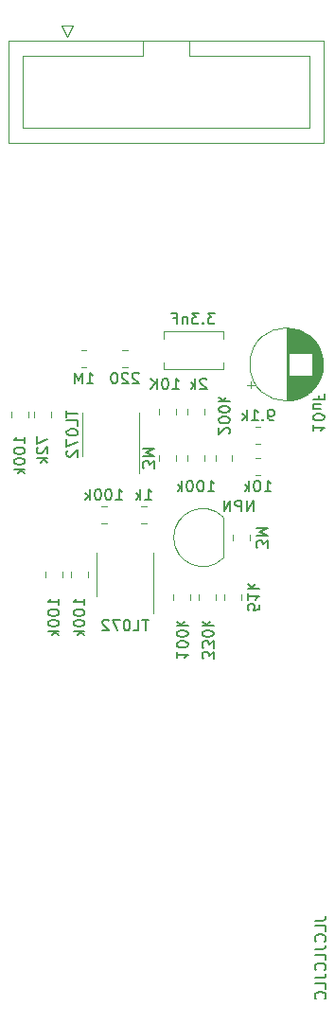
<source format=gbr>
%TF.GenerationSoftware,KiCad,Pcbnew,(6.0.0-0)*%
%TF.CreationDate,2022-12-05T16:43:45-05:00*%
%TF.ProjectId,LFO,4c464f2e-6b69-4636-9164-5f7063625858,rev?*%
%TF.SameCoordinates,Original*%
%TF.FileFunction,Legend,Bot*%
%TF.FilePolarity,Positive*%
%FSLAX46Y46*%
G04 Gerber Fmt 4.6, Leading zero omitted, Abs format (unit mm)*
G04 Created by KiCad (PCBNEW (6.0.0-0)) date 2022-12-05 16:43:45*
%MOMM*%
%LPD*%
G01*
G04 APERTURE LIST*
%ADD10C,0.150000*%
%ADD11C,0.120000*%
G04 APERTURE END LIST*
D10*
X150328380Y-143986666D02*
X151042666Y-143986666D01*
X151185523Y-143939047D01*
X151280761Y-143843809D01*
X151328380Y-143700952D01*
X151328380Y-143605714D01*
X151328380Y-144939047D02*
X151328380Y-144462857D01*
X150328380Y-144462857D01*
X151233142Y-145843809D02*
X151280761Y-145796190D01*
X151328380Y-145653333D01*
X151328380Y-145558095D01*
X151280761Y-145415238D01*
X151185523Y-145320000D01*
X151090285Y-145272380D01*
X150899809Y-145224761D01*
X150756952Y-145224761D01*
X150566476Y-145272380D01*
X150471238Y-145320000D01*
X150376000Y-145415238D01*
X150328380Y-145558095D01*
X150328380Y-145653333D01*
X150376000Y-145796190D01*
X150423619Y-145843809D01*
X150328380Y-146558095D02*
X151042666Y-146558095D01*
X151185523Y-146510476D01*
X151280761Y-146415238D01*
X151328380Y-146272380D01*
X151328380Y-146177142D01*
X151328380Y-147510476D02*
X151328380Y-147034285D01*
X150328380Y-147034285D01*
X151233142Y-148415238D02*
X151280761Y-148367619D01*
X151328380Y-148224761D01*
X151328380Y-148129523D01*
X151280761Y-147986666D01*
X151185523Y-147891428D01*
X151090285Y-147843809D01*
X150899809Y-147796190D01*
X150756952Y-147796190D01*
X150566476Y-147843809D01*
X150471238Y-147891428D01*
X150376000Y-147986666D01*
X150328380Y-148129523D01*
X150328380Y-148224761D01*
X150376000Y-148367619D01*
X150423619Y-148415238D01*
X150328380Y-149129523D02*
X151042666Y-149129523D01*
X151185523Y-149081904D01*
X151280761Y-148986666D01*
X151328380Y-148843809D01*
X151328380Y-148748571D01*
X151328380Y-150081904D02*
X151328380Y-149605714D01*
X150328380Y-149605714D01*
X151233142Y-150986666D02*
X151280761Y-150939047D01*
X151328380Y-150796190D01*
X151328380Y-150700952D01*
X151280761Y-150558095D01*
X151185523Y-150462857D01*
X151090285Y-150415238D01*
X150899809Y-150367619D01*
X150756952Y-150367619D01*
X150566476Y-150415238D01*
X150471238Y-150462857D01*
X150376000Y-150558095D01*
X150328380Y-150700952D01*
X150328380Y-150796190D01*
X150376000Y-150939047D01*
X150423619Y-150986666D01*
%TO.C,U3*%
X135469047Y-117054380D02*
X134897619Y-117054380D01*
X135183333Y-118054380D02*
X135183333Y-117054380D01*
X134088095Y-118054380D02*
X134564285Y-118054380D01*
X134564285Y-117054380D01*
X133564285Y-117054380D02*
X133469047Y-117054380D01*
X133373809Y-117102000D01*
X133326190Y-117149619D01*
X133278571Y-117244857D01*
X133230952Y-117435333D01*
X133230952Y-117673428D01*
X133278571Y-117863904D01*
X133326190Y-117959142D01*
X133373809Y-118006761D01*
X133469047Y-118054380D01*
X133564285Y-118054380D01*
X133659523Y-118006761D01*
X133707142Y-117959142D01*
X133754761Y-117863904D01*
X133802380Y-117673428D01*
X133802380Y-117435333D01*
X133754761Y-117244857D01*
X133707142Y-117149619D01*
X133659523Y-117102000D01*
X133564285Y-117054380D01*
X132897619Y-117054380D02*
X132230952Y-117054380D01*
X132659523Y-118054380D01*
X131897619Y-117149619D02*
X131850000Y-117102000D01*
X131754761Y-117054380D01*
X131516666Y-117054380D01*
X131421428Y-117102000D01*
X131373809Y-117149619D01*
X131326190Y-117244857D01*
X131326190Y-117340095D01*
X131373809Y-117482952D01*
X131945238Y-118054380D01*
X131326190Y-118054380D01*
%TO.C,U2*%
X128132380Y-98361452D02*
X128132380Y-98932880D01*
X129132380Y-98647166D02*
X128132380Y-98647166D01*
X129132380Y-99742404D02*
X129132380Y-99266214D01*
X128132380Y-99266214D01*
X128132380Y-100266214D02*
X128132380Y-100361452D01*
X128180000Y-100456690D01*
X128227619Y-100504309D01*
X128322857Y-100551928D01*
X128513333Y-100599547D01*
X128751428Y-100599547D01*
X128941904Y-100551928D01*
X129037142Y-100504309D01*
X129084761Y-100456690D01*
X129132380Y-100361452D01*
X129132380Y-100266214D01*
X129084761Y-100170976D01*
X129037142Y-100123357D01*
X128941904Y-100075738D01*
X128751428Y-100028119D01*
X128513333Y-100028119D01*
X128322857Y-100075738D01*
X128227619Y-100123357D01*
X128180000Y-100170976D01*
X128132380Y-100266214D01*
X128132380Y-100932880D02*
X128132380Y-101599547D01*
X129132380Y-101170976D01*
X128227619Y-101932880D02*
X128180000Y-101980500D01*
X128132380Y-102075738D01*
X128132380Y-102313833D01*
X128180000Y-102409071D01*
X128227619Y-102456690D01*
X128322857Y-102504309D01*
X128418095Y-102504309D01*
X128560952Y-102456690D01*
X129132380Y-101885261D01*
X129132380Y-102504309D01*
%TO.C,C2*%
X150169619Y-99623428D02*
X150169619Y-100194857D01*
X150169619Y-99909142D02*
X151169619Y-99909142D01*
X151026761Y-100004380D01*
X150931523Y-100099619D01*
X150883904Y-100194857D01*
X151169619Y-99004380D02*
X151169619Y-98909142D01*
X151122000Y-98813904D01*
X151074380Y-98766285D01*
X150979142Y-98718666D01*
X150788666Y-98671047D01*
X150550571Y-98671047D01*
X150360095Y-98718666D01*
X150264857Y-98766285D01*
X150217238Y-98813904D01*
X150169619Y-98909142D01*
X150169619Y-99004380D01*
X150217238Y-99099619D01*
X150264857Y-99147238D01*
X150360095Y-99194857D01*
X150550571Y-99242476D01*
X150788666Y-99242476D01*
X150979142Y-99194857D01*
X151074380Y-99147238D01*
X151122000Y-99099619D01*
X151169619Y-99004380D01*
X150836285Y-97813904D02*
X150169619Y-97813904D01*
X150836285Y-98242476D02*
X150312476Y-98242476D01*
X150217238Y-98194857D01*
X150169619Y-98099619D01*
X150169619Y-97956761D01*
X150217238Y-97861523D01*
X150264857Y-97813904D01*
X150693428Y-97004380D02*
X150693428Y-97337714D01*
X150169619Y-97337714D02*
X151169619Y-97337714D01*
X151169619Y-96861523D01*
%TO.C,R13*%
X145327619Y-115704857D02*
X145327619Y-116181047D01*
X144851428Y-116228666D01*
X144899047Y-116181047D01*
X144946666Y-116085809D01*
X144946666Y-115847714D01*
X144899047Y-115752476D01*
X144851428Y-115704857D01*
X144756190Y-115657238D01*
X144518095Y-115657238D01*
X144422857Y-115704857D01*
X144375238Y-115752476D01*
X144327619Y-115847714D01*
X144327619Y-116085809D01*
X144375238Y-116181047D01*
X144422857Y-116228666D01*
X144327619Y-114704857D02*
X144327619Y-115276285D01*
X144327619Y-114990571D02*
X145327619Y-114990571D01*
X145184761Y-115085809D01*
X145089523Y-115181047D01*
X145041904Y-115276285D01*
X144327619Y-114276285D02*
X145327619Y-114276285D01*
X144708571Y-114181047D02*
X144327619Y-113895333D01*
X144994285Y-113895333D02*
X144613333Y-114276285D01*
%TO.C,R3*%
X142652380Y-100448857D02*
X142700000Y-100401238D01*
X142747619Y-100306000D01*
X142747619Y-100067904D01*
X142700000Y-99972666D01*
X142652380Y-99925047D01*
X142557142Y-99877428D01*
X142461904Y-99877428D01*
X142319047Y-99925047D01*
X141747619Y-100496476D01*
X141747619Y-99877428D01*
X142747619Y-99258380D02*
X142747619Y-99163142D01*
X142700000Y-99067904D01*
X142652380Y-99020285D01*
X142557142Y-98972666D01*
X142366666Y-98925047D01*
X142128571Y-98925047D01*
X141938095Y-98972666D01*
X141842857Y-99020285D01*
X141795238Y-99067904D01*
X141747619Y-99163142D01*
X141747619Y-99258380D01*
X141795238Y-99353619D01*
X141842857Y-99401238D01*
X141938095Y-99448857D01*
X142128571Y-99496476D01*
X142366666Y-99496476D01*
X142557142Y-99448857D01*
X142652380Y-99401238D01*
X142700000Y-99353619D01*
X142747619Y-99258380D01*
X142747619Y-98306000D02*
X142747619Y-98210761D01*
X142700000Y-98115523D01*
X142652380Y-98067904D01*
X142557142Y-98020285D01*
X142366666Y-97972666D01*
X142128571Y-97972666D01*
X141938095Y-98020285D01*
X141842857Y-98067904D01*
X141795238Y-98115523D01*
X141747619Y-98210761D01*
X141747619Y-98306000D01*
X141795238Y-98401238D01*
X141842857Y-98448857D01*
X141938095Y-98496476D01*
X142128571Y-98544095D01*
X142366666Y-98544095D01*
X142557142Y-98496476D01*
X142652380Y-98448857D01*
X142700000Y-98401238D01*
X142747619Y-98306000D01*
X141747619Y-97544095D02*
X142747619Y-97544095D01*
X142128571Y-97448857D02*
X141747619Y-97163142D01*
X142414285Y-97163142D02*
X142033333Y-97544095D01*
%TO.C,R7*%
X129929214Y-95956380D02*
X130500642Y-95956380D01*
X130214928Y-95956380D02*
X130214928Y-94956380D01*
X130310166Y-95099238D01*
X130405404Y-95194476D01*
X130500642Y-95242095D01*
X129500642Y-95956380D02*
X129500642Y-94956380D01*
X129167309Y-95670666D01*
X128833976Y-94956380D01*
X128833976Y-95956380D01*
%TO.C,R2*%
X140771428Y-105608380D02*
X141342857Y-105608380D01*
X141057142Y-105608380D02*
X141057142Y-104608380D01*
X141152380Y-104751238D01*
X141247619Y-104846476D01*
X141342857Y-104894095D01*
X140152380Y-104608380D02*
X140057142Y-104608380D01*
X139961904Y-104656000D01*
X139914285Y-104703619D01*
X139866666Y-104798857D01*
X139819047Y-104989333D01*
X139819047Y-105227428D01*
X139866666Y-105417904D01*
X139914285Y-105513142D01*
X139961904Y-105560761D01*
X140057142Y-105608380D01*
X140152380Y-105608380D01*
X140247619Y-105560761D01*
X140295238Y-105513142D01*
X140342857Y-105417904D01*
X140390476Y-105227428D01*
X140390476Y-104989333D01*
X140342857Y-104798857D01*
X140295238Y-104703619D01*
X140247619Y-104656000D01*
X140152380Y-104608380D01*
X139200000Y-104608380D02*
X139104761Y-104608380D01*
X139009523Y-104656000D01*
X138961904Y-104703619D01*
X138914285Y-104798857D01*
X138866666Y-104989333D01*
X138866666Y-105227428D01*
X138914285Y-105417904D01*
X138961904Y-105513142D01*
X139009523Y-105560761D01*
X139104761Y-105608380D01*
X139200000Y-105608380D01*
X139295238Y-105560761D01*
X139342857Y-105513142D01*
X139390476Y-105417904D01*
X139438095Y-105227428D01*
X139438095Y-104989333D01*
X139390476Y-104798857D01*
X139342857Y-104703619D01*
X139295238Y-104656000D01*
X139200000Y-104608380D01*
X138438095Y-105608380D02*
X138438095Y-104608380D01*
X138342857Y-105227428D02*
X138057142Y-105608380D01*
X138057142Y-104941714D02*
X138438095Y-105322666D01*
%TO.C,R4*%
X134588095Y-95051619D02*
X134540476Y-95004000D01*
X134445238Y-94956380D01*
X134207142Y-94956380D01*
X134111904Y-95004000D01*
X134064285Y-95051619D01*
X134016666Y-95146857D01*
X134016666Y-95242095D01*
X134064285Y-95384952D01*
X134635714Y-95956380D01*
X134016666Y-95956380D01*
X133635714Y-95051619D02*
X133588095Y-95004000D01*
X133492857Y-94956380D01*
X133254761Y-94956380D01*
X133159523Y-95004000D01*
X133111904Y-95051619D01*
X133064285Y-95146857D01*
X133064285Y-95242095D01*
X133111904Y-95384952D01*
X133683333Y-95956380D01*
X133064285Y-95956380D01*
X132445238Y-94956380D02*
X132350000Y-94956380D01*
X132254761Y-95004000D01*
X132207142Y-95051619D01*
X132159523Y-95146857D01*
X132111904Y-95337333D01*
X132111904Y-95575428D01*
X132159523Y-95765904D01*
X132207142Y-95861142D01*
X132254761Y-95908761D01*
X132350000Y-95956380D01*
X132445238Y-95956380D01*
X132540476Y-95908761D01*
X132588095Y-95861142D01*
X132635714Y-95765904D01*
X132683333Y-95575428D01*
X132683333Y-95337333D01*
X132635714Y-95146857D01*
X132588095Y-95051619D01*
X132540476Y-95004000D01*
X132445238Y-94956380D01*
%TO.C,R9*%
X140644476Y-95559619D02*
X140596857Y-95512000D01*
X140501619Y-95464380D01*
X140263523Y-95464380D01*
X140168285Y-95512000D01*
X140120666Y-95559619D01*
X140073047Y-95654857D01*
X140073047Y-95750095D01*
X140120666Y-95892952D01*
X140692095Y-96464380D01*
X140073047Y-96464380D01*
X139644476Y-96464380D02*
X139644476Y-95464380D01*
X139549238Y-96083428D02*
X139263523Y-96464380D01*
X139263523Y-95797714D02*
X139644476Y-96178666D01*
%TO.C,R8*%
X137596476Y-96464380D02*
X138167904Y-96464380D01*
X137882190Y-96464380D02*
X137882190Y-95464380D01*
X137977428Y-95607238D01*
X138072666Y-95702476D01*
X138167904Y-95750095D01*
X136977428Y-95464380D02*
X136882190Y-95464380D01*
X136786952Y-95512000D01*
X136739333Y-95559619D01*
X136691714Y-95654857D01*
X136644095Y-95845333D01*
X136644095Y-96083428D01*
X136691714Y-96273904D01*
X136739333Y-96369142D01*
X136786952Y-96416761D01*
X136882190Y-96464380D01*
X136977428Y-96464380D01*
X137072666Y-96416761D01*
X137120285Y-96369142D01*
X137167904Y-96273904D01*
X137215523Y-96083428D01*
X137215523Y-95845333D01*
X137167904Y-95654857D01*
X137120285Y-95559619D01*
X137072666Y-95512000D01*
X136977428Y-95464380D01*
X136215523Y-96464380D02*
X136215523Y-95464380D01*
X135644095Y-96464380D02*
X136072666Y-95892952D01*
X135644095Y-95464380D02*
X136215523Y-96035809D01*
%TO.C,R15*%
X127452380Y-115768571D02*
X127452380Y-115197142D01*
X127452380Y-115482857D02*
X126452380Y-115482857D01*
X126595238Y-115387619D01*
X126690476Y-115292380D01*
X126738095Y-115197142D01*
X126452380Y-116387619D02*
X126452380Y-116482857D01*
X126500000Y-116578095D01*
X126547619Y-116625714D01*
X126642857Y-116673333D01*
X126833333Y-116720952D01*
X127071428Y-116720952D01*
X127261904Y-116673333D01*
X127357142Y-116625714D01*
X127404761Y-116578095D01*
X127452380Y-116482857D01*
X127452380Y-116387619D01*
X127404761Y-116292380D01*
X127357142Y-116244761D01*
X127261904Y-116197142D01*
X127071428Y-116149523D01*
X126833333Y-116149523D01*
X126642857Y-116197142D01*
X126547619Y-116244761D01*
X126500000Y-116292380D01*
X126452380Y-116387619D01*
X126452380Y-117340000D02*
X126452380Y-117435238D01*
X126500000Y-117530476D01*
X126547619Y-117578095D01*
X126642857Y-117625714D01*
X126833333Y-117673333D01*
X127071428Y-117673333D01*
X127261904Y-117625714D01*
X127357142Y-117578095D01*
X127404761Y-117530476D01*
X127452380Y-117435238D01*
X127452380Y-117340000D01*
X127404761Y-117244761D01*
X127357142Y-117197142D01*
X127261904Y-117149523D01*
X127071428Y-117101904D01*
X126833333Y-117101904D01*
X126642857Y-117149523D01*
X126547619Y-117197142D01*
X126500000Y-117244761D01*
X126452380Y-117340000D01*
X127452380Y-118101904D02*
X126452380Y-118101904D01*
X127071428Y-118197142D02*
X127452380Y-118482857D01*
X126785714Y-118482857D02*
X127166666Y-118101904D01*
%TO.C,R14*%
X129738380Y-115768571D02*
X129738380Y-115197142D01*
X129738380Y-115482857D02*
X128738380Y-115482857D01*
X128881238Y-115387619D01*
X128976476Y-115292380D01*
X129024095Y-115197142D01*
X128738380Y-116387619D02*
X128738380Y-116482857D01*
X128786000Y-116578095D01*
X128833619Y-116625714D01*
X128928857Y-116673333D01*
X129119333Y-116720952D01*
X129357428Y-116720952D01*
X129547904Y-116673333D01*
X129643142Y-116625714D01*
X129690761Y-116578095D01*
X129738380Y-116482857D01*
X129738380Y-116387619D01*
X129690761Y-116292380D01*
X129643142Y-116244761D01*
X129547904Y-116197142D01*
X129357428Y-116149523D01*
X129119333Y-116149523D01*
X128928857Y-116197142D01*
X128833619Y-116244761D01*
X128786000Y-116292380D01*
X128738380Y-116387619D01*
X128738380Y-117340000D02*
X128738380Y-117435238D01*
X128786000Y-117530476D01*
X128833619Y-117578095D01*
X128928857Y-117625714D01*
X129119333Y-117673333D01*
X129357428Y-117673333D01*
X129547904Y-117625714D01*
X129643142Y-117578095D01*
X129690761Y-117530476D01*
X129738380Y-117435238D01*
X129738380Y-117340000D01*
X129690761Y-117244761D01*
X129643142Y-117197142D01*
X129547904Y-117149523D01*
X129357428Y-117101904D01*
X129119333Y-117101904D01*
X128928857Y-117149523D01*
X128833619Y-117197142D01*
X128786000Y-117244761D01*
X128738380Y-117340000D01*
X129738380Y-118101904D02*
X128738380Y-118101904D01*
X129357428Y-118197142D02*
X129738380Y-118482857D01*
X129071714Y-118482857D02*
X129452666Y-118101904D01*
%TO.C,R1*%
X135929619Y-103520761D02*
X135929619Y-102901714D01*
X135548666Y-103235047D01*
X135548666Y-103092190D01*
X135501047Y-102996952D01*
X135453428Y-102949333D01*
X135358190Y-102901714D01*
X135120095Y-102901714D01*
X135024857Y-102949333D01*
X134977238Y-102996952D01*
X134929619Y-103092190D01*
X134929619Y-103377904D01*
X134977238Y-103473142D01*
X135024857Y-103520761D01*
X134929619Y-102473142D02*
X135929619Y-102473142D01*
X135215333Y-102139809D01*
X135929619Y-101806476D01*
X134929619Y-101806476D01*
%TO.C,R12*%
X146089619Y-110632761D02*
X146089619Y-110013714D01*
X145708666Y-110347047D01*
X145708666Y-110204190D01*
X145661047Y-110108952D01*
X145613428Y-110061333D01*
X145518190Y-110013714D01*
X145280095Y-110013714D01*
X145184857Y-110061333D01*
X145137238Y-110108952D01*
X145089619Y-110204190D01*
X145089619Y-110489904D01*
X145137238Y-110585142D01*
X145184857Y-110632761D01*
X145089619Y-109585142D02*
X146089619Y-109585142D01*
X145375333Y-109251809D01*
X146089619Y-108918476D01*
X145089619Y-108918476D01*
%TO.C,Q1*%
X144819523Y-107386380D02*
X144819523Y-106386380D01*
X144248095Y-107386380D01*
X144248095Y-106386380D01*
X143771904Y-107386380D02*
X143771904Y-106386380D01*
X143390952Y-106386380D01*
X143295714Y-106434000D01*
X143248095Y-106481619D01*
X143200476Y-106576857D01*
X143200476Y-106719714D01*
X143248095Y-106814952D01*
X143295714Y-106862571D01*
X143390952Y-106910190D01*
X143771904Y-106910190D01*
X142771904Y-107386380D02*
X142771904Y-106386380D01*
X142200476Y-107386380D01*
X142200476Y-106386380D01*
%TO.C,R17*%
X135143547Y-106370380D02*
X135714976Y-106370380D01*
X135429261Y-106370380D02*
X135429261Y-105370380D01*
X135524500Y-105513238D01*
X135619738Y-105608476D01*
X135714976Y-105656095D01*
X134714976Y-106370380D02*
X134714976Y-105370380D01*
X134619738Y-105989428D02*
X134334023Y-106370380D01*
X134334023Y-105703714D02*
X134714976Y-106084666D01*
%TO.C,R16*%
X132539928Y-106370380D02*
X133111357Y-106370380D01*
X132825642Y-106370380D02*
X132825642Y-105370380D01*
X132920880Y-105513238D01*
X133016119Y-105608476D01*
X133111357Y-105656095D01*
X131920880Y-105370380D02*
X131825642Y-105370380D01*
X131730404Y-105418000D01*
X131682785Y-105465619D01*
X131635166Y-105560857D01*
X131587547Y-105751333D01*
X131587547Y-105989428D01*
X131635166Y-106179904D01*
X131682785Y-106275142D01*
X131730404Y-106322761D01*
X131825642Y-106370380D01*
X131920880Y-106370380D01*
X132016119Y-106322761D01*
X132063738Y-106275142D01*
X132111357Y-106179904D01*
X132158976Y-105989428D01*
X132158976Y-105751333D01*
X132111357Y-105560857D01*
X132063738Y-105465619D01*
X132016119Y-105418000D01*
X131920880Y-105370380D01*
X130968500Y-105370380D02*
X130873261Y-105370380D01*
X130778023Y-105418000D01*
X130730404Y-105465619D01*
X130682785Y-105560857D01*
X130635166Y-105751333D01*
X130635166Y-105989428D01*
X130682785Y-106179904D01*
X130730404Y-106275142D01*
X130778023Y-106322761D01*
X130873261Y-106370380D01*
X130968500Y-106370380D01*
X131063738Y-106322761D01*
X131111357Y-106275142D01*
X131158976Y-106179904D01*
X131206595Y-105989428D01*
X131206595Y-105751333D01*
X131158976Y-105560857D01*
X131111357Y-105465619D01*
X131063738Y-105418000D01*
X130968500Y-105370380D01*
X130206595Y-106370380D02*
X130206595Y-105370380D01*
X130111357Y-105989428D02*
X129825642Y-106370380D01*
X129825642Y-105703714D02*
X130206595Y-106084666D01*
%TO.C,R19*%
X125436380Y-100639714D02*
X125436380Y-101306380D01*
X126436380Y-100877809D01*
X125531619Y-101639714D02*
X125484000Y-101687333D01*
X125436380Y-101782571D01*
X125436380Y-102020666D01*
X125484000Y-102115904D01*
X125531619Y-102163523D01*
X125626857Y-102211142D01*
X125722095Y-102211142D01*
X125864952Y-102163523D01*
X126436380Y-101592095D01*
X126436380Y-102211142D01*
X126436380Y-102639714D02*
X125436380Y-102639714D01*
X126055428Y-102734952D02*
X126436380Y-103020666D01*
X125769714Y-103020666D02*
X126150666Y-102639714D01*
%TO.C,R18*%
X124404380Y-101290571D02*
X124404380Y-100719142D01*
X124404380Y-101004857D02*
X123404380Y-101004857D01*
X123547238Y-100909619D01*
X123642476Y-100814380D01*
X123690095Y-100719142D01*
X123404380Y-101909619D02*
X123404380Y-102004857D01*
X123452000Y-102100095D01*
X123499619Y-102147714D01*
X123594857Y-102195333D01*
X123785333Y-102242952D01*
X124023428Y-102242952D01*
X124213904Y-102195333D01*
X124309142Y-102147714D01*
X124356761Y-102100095D01*
X124404380Y-102004857D01*
X124404380Y-101909619D01*
X124356761Y-101814380D01*
X124309142Y-101766761D01*
X124213904Y-101719142D01*
X124023428Y-101671523D01*
X123785333Y-101671523D01*
X123594857Y-101719142D01*
X123499619Y-101766761D01*
X123452000Y-101814380D01*
X123404380Y-101909619D01*
X123404380Y-102862000D02*
X123404380Y-102957238D01*
X123452000Y-103052476D01*
X123499619Y-103100095D01*
X123594857Y-103147714D01*
X123785333Y-103195333D01*
X124023428Y-103195333D01*
X124213904Y-103147714D01*
X124309142Y-103100095D01*
X124356761Y-103052476D01*
X124404380Y-102957238D01*
X124404380Y-102862000D01*
X124356761Y-102766761D01*
X124309142Y-102719142D01*
X124213904Y-102671523D01*
X124023428Y-102623904D01*
X123785333Y-102623904D01*
X123594857Y-102671523D01*
X123499619Y-102719142D01*
X123452000Y-102766761D01*
X123404380Y-102862000D01*
X124404380Y-103623904D02*
X123404380Y-103623904D01*
X124023428Y-103719142D02*
X124404380Y-104004857D01*
X123737714Y-104004857D02*
X124118666Y-103623904D01*
%TO.C,R5*%
X146597523Y-99258380D02*
X146407047Y-99258380D01*
X146311809Y-99210761D01*
X146264190Y-99163142D01*
X146168952Y-99020285D01*
X146121333Y-98829809D01*
X146121333Y-98448857D01*
X146168952Y-98353619D01*
X146216571Y-98306000D01*
X146311809Y-98258380D01*
X146502285Y-98258380D01*
X146597523Y-98306000D01*
X146645142Y-98353619D01*
X146692761Y-98448857D01*
X146692761Y-98686952D01*
X146645142Y-98782190D01*
X146597523Y-98829809D01*
X146502285Y-98877428D01*
X146311809Y-98877428D01*
X146216571Y-98829809D01*
X146168952Y-98782190D01*
X146121333Y-98686952D01*
X145692761Y-99163142D02*
X145645142Y-99210761D01*
X145692761Y-99258380D01*
X145740380Y-99210761D01*
X145692761Y-99163142D01*
X145692761Y-99258380D01*
X144692761Y-99258380D02*
X145264190Y-99258380D01*
X144978476Y-99258380D02*
X144978476Y-98258380D01*
X145073714Y-98401238D01*
X145168952Y-98496476D01*
X145264190Y-98544095D01*
X144264190Y-99258380D02*
X144264190Y-98258380D01*
X144168952Y-98877428D02*
X143883238Y-99258380D01*
X143883238Y-98591714D02*
X144264190Y-98972666D01*
%TO.C,C1*%
X141374571Y-89622380D02*
X140755523Y-89622380D01*
X141088857Y-90003333D01*
X140946000Y-90003333D01*
X140850761Y-90050952D01*
X140803142Y-90098571D01*
X140755523Y-90193809D01*
X140755523Y-90431904D01*
X140803142Y-90527142D01*
X140850761Y-90574761D01*
X140946000Y-90622380D01*
X141231714Y-90622380D01*
X141326952Y-90574761D01*
X141374571Y-90527142D01*
X140326952Y-90527142D02*
X140279333Y-90574761D01*
X140326952Y-90622380D01*
X140374571Y-90574761D01*
X140326952Y-90527142D01*
X140326952Y-90622380D01*
X139946000Y-89622380D02*
X139326952Y-89622380D01*
X139660285Y-90003333D01*
X139517428Y-90003333D01*
X139422190Y-90050952D01*
X139374571Y-90098571D01*
X139326952Y-90193809D01*
X139326952Y-90431904D01*
X139374571Y-90527142D01*
X139422190Y-90574761D01*
X139517428Y-90622380D01*
X139803142Y-90622380D01*
X139898380Y-90574761D01*
X139946000Y-90527142D01*
X138898380Y-89955714D02*
X138898380Y-90622380D01*
X138898380Y-90050952D02*
X138850761Y-90003333D01*
X138755523Y-89955714D01*
X138612666Y-89955714D01*
X138517428Y-90003333D01*
X138469809Y-90098571D01*
X138469809Y-90622380D01*
X137660285Y-90098571D02*
X137993619Y-90098571D01*
X137993619Y-90622380D02*
X137993619Y-89622380D01*
X137517428Y-89622380D01*
%TO.C,R11*%
X141263619Y-120562476D02*
X141263619Y-119943428D01*
X140882666Y-120276761D01*
X140882666Y-120133904D01*
X140835047Y-120038666D01*
X140787428Y-119991047D01*
X140692190Y-119943428D01*
X140454095Y-119943428D01*
X140358857Y-119991047D01*
X140311238Y-120038666D01*
X140263619Y-120133904D01*
X140263619Y-120419619D01*
X140311238Y-120514857D01*
X140358857Y-120562476D01*
X141263619Y-119610095D02*
X141263619Y-118991047D01*
X140882666Y-119324380D01*
X140882666Y-119181523D01*
X140835047Y-119086285D01*
X140787428Y-119038666D01*
X140692190Y-118991047D01*
X140454095Y-118991047D01*
X140358857Y-119038666D01*
X140311238Y-119086285D01*
X140263619Y-119181523D01*
X140263619Y-119467238D01*
X140311238Y-119562476D01*
X140358857Y-119610095D01*
X141263619Y-118372000D02*
X141263619Y-118276761D01*
X141216000Y-118181523D01*
X141168380Y-118133904D01*
X141073142Y-118086285D01*
X140882666Y-118038666D01*
X140644571Y-118038666D01*
X140454095Y-118086285D01*
X140358857Y-118133904D01*
X140311238Y-118181523D01*
X140263619Y-118276761D01*
X140263619Y-118372000D01*
X140311238Y-118467238D01*
X140358857Y-118514857D01*
X140454095Y-118562476D01*
X140644571Y-118610095D01*
X140882666Y-118610095D01*
X141073142Y-118562476D01*
X141168380Y-118514857D01*
X141216000Y-118467238D01*
X141263619Y-118372000D01*
X140263619Y-117610095D02*
X141263619Y-117610095D01*
X140644571Y-117514857D02*
X140263619Y-117229142D01*
X140930285Y-117229142D02*
X140549333Y-117610095D01*
%TO.C,R10*%
X137977619Y-119943428D02*
X137977619Y-120514857D01*
X137977619Y-120229142D02*
X138977619Y-120229142D01*
X138834761Y-120324380D01*
X138739523Y-120419619D01*
X138691904Y-120514857D01*
X138977619Y-119324380D02*
X138977619Y-119229142D01*
X138930000Y-119133904D01*
X138882380Y-119086285D01*
X138787142Y-119038666D01*
X138596666Y-118991047D01*
X138358571Y-118991047D01*
X138168095Y-119038666D01*
X138072857Y-119086285D01*
X138025238Y-119133904D01*
X137977619Y-119229142D01*
X137977619Y-119324380D01*
X138025238Y-119419619D01*
X138072857Y-119467238D01*
X138168095Y-119514857D01*
X138358571Y-119562476D01*
X138596666Y-119562476D01*
X138787142Y-119514857D01*
X138882380Y-119467238D01*
X138930000Y-119419619D01*
X138977619Y-119324380D01*
X138977619Y-118372000D02*
X138977619Y-118276761D01*
X138930000Y-118181523D01*
X138882380Y-118133904D01*
X138787142Y-118086285D01*
X138596666Y-118038666D01*
X138358571Y-118038666D01*
X138168095Y-118086285D01*
X138072857Y-118133904D01*
X138025238Y-118181523D01*
X137977619Y-118276761D01*
X137977619Y-118372000D01*
X138025238Y-118467238D01*
X138072857Y-118514857D01*
X138168095Y-118562476D01*
X138358571Y-118610095D01*
X138596666Y-118610095D01*
X138787142Y-118562476D01*
X138882380Y-118514857D01*
X138930000Y-118467238D01*
X138977619Y-118372000D01*
X137977619Y-117610095D02*
X138977619Y-117610095D01*
X138358571Y-117514857D02*
X137977619Y-117229142D01*
X138644285Y-117229142D02*
X138263333Y-117610095D01*
%TO.C,R6*%
X145843238Y-105608380D02*
X146414666Y-105608380D01*
X146128952Y-105608380D02*
X146128952Y-104608380D01*
X146224190Y-104751238D01*
X146319428Y-104846476D01*
X146414666Y-104894095D01*
X145224190Y-104608380D02*
X145128952Y-104608380D01*
X145033714Y-104656000D01*
X144986095Y-104703619D01*
X144938476Y-104798857D01*
X144890857Y-104989333D01*
X144890857Y-105227428D01*
X144938476Y-105417904D01*
X144986095Y-105513142D01*
X145033714Y-105560761D01*
X145128952Y-105608380D01*
X145224190Y-105608380D01*
X145319428Y-105560761D01*
X145367047Y-105513142D01*
X145414666Y-105417904D01*
X145462285Y-105227428D01*
X145462285Y-104989333D01*
X145414666Y-104798857D01*
X145367047Y-104703619D01*
X145319428Y-104656000D01*
X145224190Y-104608380D01*
X144462285Y-105608380D02*
X144462285Y-104608380D01*
X144367047Y-105227428D02*
X144081333Y-105608380D01*
X144081333Y-104941714D02*
X144462285Y-105322666D01*
D11*
%TO.C,U3*%
X130790000Y-113030000D02*
X130790000Y-111080000D01*
X135910000Y-113030000D02*
X135910000Y-116480000D01*
X135910000Y-113030000D02*
X135910000Y-111080000D01*
X130790000Y-113030000D02*
X130790000Y-114980000D01*
%TO.C,U2*%
X129520000Y-100480500D02*
X129520000Y-98530500D01*
X134640000Y-100480500D02*
X134640000Y-103930500D01*
X134640000Y-100480500D02*
X134640000Y-98530500D01*
X129520000Y-100480500D02*
X129520000Y-102430500D01*
%TO.C,C2*%
X148609000Y-93194000D02*
X148609000Y-91103000D01*
X150129000Y-96499000D02*
X150129000Y-91969000D01*
X148488000Y-97393000D02*
X148488000Y-95274000D01*
X148969000Y-97252000D02*
X148969000Y-95274000D01*
X149009000Y-97236000D02*
X149009000Y-95274000D01*
X148529000Y-97384000D02*
X148529000Y-95274000D01*
X147928000Y-97462000D02*
X147928000Y-91006000D01*
X148769000Y-93194000D02*
X148769000Y-91148000D01*
X148288000Y-93194000D02*
X148288000Y-91039000D01*
X149609000Y-93194000D02*
X149609000Y-91544000D01*
X148649000Y-97355000D02*
X148649000Y-95274000D01*
X150609000Y-95884000D02*
X150609000Y-92584000D01*
X149769000Y-93194000D02*
X149769000Y-91656000D01*
X149409000Y-93194000D02*
X149409000Y-91422000D01*
X149769000Y-96812000D02*
X149769000Y-95274000D01*
X150529000Y-96010000D02*
X150529000Y-92458000D01*
X151049000Y-94636000D02*
X151049000Y-93832000D01*
X150009000Y-96614000D02*
X150009000Y-95274000D01*
X148368000Y-93194000D02*
X148368000Y-91052000D01*
X150009000Y-93194000D02*
X150009000Y-91854000D01*
X149449000Y-93194000D02*
X149449000Y-91444000D01*
X148368000Y-97416000D02*
X148368000Y-95274000D01*
X148569000Y-97375000D02*
X148569000Y-95274000D01*
X144622759Y-96388000D02*
X144622759Y-95758000D01*
X150929000Y-95174000D02*
X150929000Y-93294000D01*
X149009000Y-93194000D02*
X149009000Y-91232000D01*
X148168000Y-93194000D02*
X148168000Y-91023000D01*
X150329000Y-96278000D02*
X150329000Y-92190000D01*
X149049000Y-93194000D02*
X149049000Y-91248000D01*
X147848000Y-97464000D02*
X147848000Y-91004000D01*
X150689000Y-95743000D02*
X150689000Y-92725000D01*
X149849000Y-93194000D02*
X149849000Y-91718000D01*
X150649000Y-95815000D02*
X150649000Y-92653000D01*
X148849000Y-93194000D02*
X148849000Y-91173000D01*
X148529000Y-93194000D02*
X148529000Y-91084000D01*
X148569000Y-93194000D02*
X148569000Y-91093000D01*
X149649000Y-93194000D02*
X149649000Y-91570000D01*
X148729000Y-93194000D02*
X148729000Y-91136000D01*
X148088000Y-97452000D02*
X148088000Y-95274000D01*
X147808000Y-97464000D02*
X147808000Y-91004000D01*
X149489000Y-97000000D02*
X149489000Y-95274000D01*
X150049000Y-93194000D02*
X150049000Y-91891000D01*
X150169000Y-96458000D02*
X150169000Y-92010000D01*
X149689000Y-93194000D02*
X149689000Y-91598000D01*
X148008000Y-97458000D02*
X148008000Y-91010000D01*
X148448000Y-93194000D02*
X148448000Y-91067000D01*
X149449000Y-97024000D02*
X149449000Y-95274000D01*
X149809000Y-93194000D02*
X149809000Y-91686000D01*
X150289000Y-96326000D02*
X150289000Y-92142000D01*
X148288000Y-97429000D02*
X148288000Y-95274000D01*
X150489000Y-96068000D02*
X150489000Y-92400000D01*
X149169000Y-97168000D02*
X149169000Y-95274000D01*
X149369000Y-97068000D02*
X149369000Y-95274000D01*
X149409000Y-97046000D02*
X149409000Y-95274000D01*
X149889000Y-93194000D02*
X149889000Y-91750000D01*
X149969000Y-93194000D02*
X149969000Y-91818000D01*
X144307759Y-96073000D02*
X144937759Y-96073000D01*
X149569000Y-96950000D02*
X149569000Y-95274000D01*
X148609000Y-97365000D02*
X148609000Y-95274000D01*
X150089000Y-96539000D02*
X150089000Y-95274000D01*
X148689000Y-97344000D02*
X148689000Y-95274000D01*
X149529000Y-93194000D02*
X149529000Y-91492000D01*
X149969000Y-96650000D02*
X149969000Y-95274000D01*
X149209000Y-97150000D02*
X149209000Y-95274000D01*
X148929000Y-97267000D02*
X148929000Y-95274000D01*
X151009000Y-94867000D02*
X151009000Y-93601000D01*
X149289000Y-97110000D02*
X149289000Y-95274000D01*
X149609000Y-96924000D02*
X149609000Y-95274000D01*
X148969000Y-93194000D02*
X148969000Y-91216000D01*
X149929000Y-96684000D02*
X149929000Y-95274000D01*
X148649000Y-93194000D02*
X148649000Y-91113000D01*
X149169000Y-93194000D02*
X149169000Y-91300000D01*
X149049000Y-97220000D02*
X149049000Y-95274000D01*
X147968000Y-97461000D02*
X147968000Y-91007000D01*
X150049000Y-96577000D02*
X150049000Y-95274000D01*
X148128000Y-97449000D02*
X148128000Y-95274000D01*
X150809000Y-95496000D02*
X150809000Y-92972000D01*
X148128000Y-93194000D02*
X148128000Y-91019000D01*
X150209000Y-96416000D02*
X150209000Y-92052000D01*
X149529000Y-96976000D02*
X149529000Y-95274000D01*
X149329000Y-97090000D02*
X149329000Y-95274000D01*
X149849000Y-96750000D02*
X149849000Y-95274000D01*
X149289000Y-93194000D02*
X149289000Y-91358000D01*
X148048000Y-93194000D02*
X148048000Y-91012000D01*
X148208000Y-93194000D02*
X148208000Y-91028000D01*
X148689000Y-93194000D02*
X148689000Y-91124000D01*
X148929000Y-93194000D02*
X148929000Y-91201000D01*
X148809000Y-93194000D02*
X148809000Y-91160000D01*
X149729000Y-93194000D02*
X149729000Y-91627000D01*
X148328000Y-97423000D02*
X148328000Y-95274000D01*
X148889000Y-97281000D02*
X148889000Y-95274000D01*
X148248000Y-97435000D02*
X148248000Y-95274000D01*
X149649000Y-96898000D02*
X149649000Y-95274000D01*
X150849000Y-95399000D02*
X150849000Y-93069000D01*
X148328000Y-93194000D02*
X148328000Y-91045000D01*
X148488000Y-93194000D02*
X148488000Y-91075000D01*
X148849000Y-97295000D02*
X148849000Y-95274000D01*
X147888000Y-97464000D02*
X147888000Y-91004000D01*
X148208000Y-97440000D02*
X148208000Y-95274000D01*
X148769000Y-97320000D02*
X148769000Y-95274000D01*
X149929000Y-93194000D02*
X149929000Y-91784000D01*
X150889000Y-95293000D02*
X150889000Y-93175000D01*
X148248000Y-93194000D02*
X148248000Y-91033000D01*
X148408000Y-93194000D02*
X148408000Y-91059000D01*
X149329000Y-93194000D02*
X149329000Y-91378000D01*
X148088000Y-93194000D02*
X148088000Y-91016000D01*
X150969000Y-95036000D02*
X150969000Y-93432000D01*
X150089000Y-93194000D02*
X150089000Y-91929000D01*
X149809000Y-96782000D02*
X149809000Y-95274000D01*
X148809000Y-97308000D02*
X148809000Y-95274000D01*
X148889000Y-93194000D02*
X148889000Y-91187000D01*
X148729000Y-97332000D02*
X148729000Y-95274000D01*
X150449000Y-96124000D02*
X150449000Y-92344000D01*
X149129000Y-97186000D02*
X149129000Y-95274000D01*
X150409000Y-96178000D02*
X150409000Y-92290000D01*
X150729000Y-95666000D02*
X150729000Y-92802000D01*
X149249000Y-93194000D02*
X149249000Y-91338000D01*
X149249000Y-97130000D02*
X149249000Y-95274000D01*
X148448000Y-97401000D02*
X148448000Y-95274000D01*
X149129000Y-93194000D02*
X149129000Y-91282000D01*
X149689000Y-96870000D02*
X149689000Y-95274000D01*
X150249000Y-96371000D02*
X150249000Y-92097000D01*
X149889000Y-96718000D02*
X149889000Y-95274000D01*
X149489000Y-93194000D02*
X149489000Y-91468000D01*
X148408000Y-97409000D02*
X148408000Y-95274000D01*
X148048000Y-97456000D02*
X148048000Y-95274000D01*
X149209000Y-93194000D02*
X149209000Y-91318000D01*
X148168000Y-97445000D02*
X148168000Y-95274000D01*
X149089000Y-93194000D02*
X149089000Y-91264000D01*
X149729000Y-96841000D02*
X149729000Y-95274000D01*
X149369000Y-93194000D02*
X149369000Y-91400000D01*
X149089000Y-97204000D02*
X149089000Y-95274000D01*
X150769000Y-95584000D02*
X150769000Y-92884000D01*
X150569000Y-95948000D02*
X150569000Y-92520000D01*
X149569000Y-93194000D02*
X149569000Y-91518000D01*
X150369000Y-96229000D02*
X150369000Y-92239000D01*
X151078000Y-94234000D02*
G75*
G03*
X151078000Y-94234000I-3270000J0D01*
G01*
%TO.C,R13*%
X142267000Y-115289064D02*
X142267000Y-114834936D01*
X143737000Y-115289064D02*
X143737000Y-114834936D01*
%TO.C,R3*%
X141465000Y-102388936D02*
X141465000Y-102843064D01*
X142935000Y-102388936D02*
X142935000Y-102843064D01*
%TO.C,R7*%
X129416436Y-92991000D02*
X129870564Y-92991000D01*
X129416436Y-94461000D02*
X129870564Y-94461000D01*
%TO.C,R2*%
X138965000Y-102388936D02*
X138965000Y-102843064D01*
X140435000Y-102388936D02*
X140435000Y-102843064D01*
%TO.C,R4*%
X133577064Y-92991000D02*
X133122936Y-92991000D01*
X133577064Y-94461000D02*
X133122936Y-94461000D01*
%TO.C,R9*%
X140435000Y-98221436D02*
X140435000Y-98675564D01*
X138965000Y-98221436D02*
X138965000Y-98675564D01*
%TO.C,R8*%
X136425000Y-98221436D02*
X136425000Y-98675564D01*
X137895000Y-98221436D02*
X137895000Y-98675564D01*
%TO.C,R15*%
X127735000Y-113257064D02*
X127735000Y-112802936D01*
X126265000Y-113257064D02*
X126265000Y-112802936D01*
%TO.C,R14*%
X128551000Y-113257064D02*
X128551000Y-112802936D01*
X130021000Y-113257064D02*
X130021000Y-112802936D01*
%TO.C,R1*%
X136425000Y-102388936D02*
X136425000Y-102843064D01*
X137895000Y-102388936D02*
X137895000Y-102843064D01*
%TO.C,R12*%
X144499000Y-109500936D02*
X144499000Y-109955064D01*
X143029000Y-109500936D02*
X143029000Y-109955064D01*
%TO.C,Q1*%
X142164000Y-107928000D02*
X142164000Y-111528000D01*
X142152478Y-107889522D02*
G75*
G03*
X137714000Y-109728000I-1838478J-1838478D01*
G01*
X137713999Y-109728000D02*
G75*
G03*
X142152478Y-111566478I2600001J0D01*
G01*
%TO.C,R17*%
X134797436Y-108431000D02*
X135251564Y-108431000D01*
X134797436Y-106961000D02*
X135251564Y-106961000D01*
%TO.C,R16*%
X131241436Y-108431000D02*
X131695564Y-108431000D01*
X131241436Y-106961000D02*
X131695564Y-106961000D01*
%TO.C,R19*%
X125249000Y-98929564D02*
X125249000Y-98475436D01*
X126719000Y-98929564D02*
X126719000Y-98475436D01*
%TO.C,R18*%
X123217000Y-98929564D02*
X123217000Y-98475436D01*
X124687000Y-98929564D02*
X124687000Y-98475436D01*
%TO.C,R5*%
X145020936Y-101319000D02*
X145475064Y-101319000D01*
X145020936Y-99849000D02*
X145475064Y-99849000D01*
%TO.C,C1*%
X136776000Y-94685000D02*
X142116000Y-94685000D01*
X142116000Y-91909000D02*
X142116000Y-91243000D01*
X142116000Y-94685000D02*
X142116000Y-94019000D01*
X136776000Y-91243000D02*
X142116000Y-91243000D01*
X136776000Y-91909000D02*
X136776000Y-91243000D01*
X136776000Y-94685000D02*
X136776000Y-94019000D01*
%TO.C,R11*%
X139981000Y-114834936D02*
X139981000Y-115289064D01*
X141451000Y-114834936D02*
X141451000Y-115289064D01*
%TO.C,R10*%
X139165000Y-114834936D02*
X139165000Y-115289064D01*
X137695000Y-114834936D02*
X137695000Y-115289064D01*
%TO.C,R6*%
X145020936Y-102643000D02*
X145475064Y-102643000D01*
X145020936Y-104113000D02*
X145475064Y-104113000D01*
%TO.C,U1*%
X149844000Y-73100000D02*
X149844000Y-66600000D01*
X122944000Y-74410000D02*
X151144000Y-74410000D01*
X134994000Y-66600000D02*
X124244000Y-66600000D01*
X151144000Y-74410000D02*
X151144000Y-65290000D01*
X124244000Y-66600000D02*
X124244000Y-73100000D01*
X134994000Y-65290000D02*
X134994000Y-66600000D01*
X139094000Y-66600000D02*
X139094000Y-65290000D01*
X122944000Y-65290000D02*
X122944000Y-74410000D01*
X149844000Y-66600000D02*
X139094000Y-66600000D01*
X127654000Y-63900000D02*
X128654000Y-63900000D01*
X151144000Y-65290000D02*
X122944000Y-65290000D01*
X139094000Y-66600000D02*
X139094000Y-66600000D01*
X128154000Y-64900000D02*
X127654000Y-63900000D01*
X124244000Y-73100000D02*
X149844000Y-73100000D01*
X128654000Y-63900000D02*
X128154000Y-64900000D01*
%TD*%
M02*

</source>
